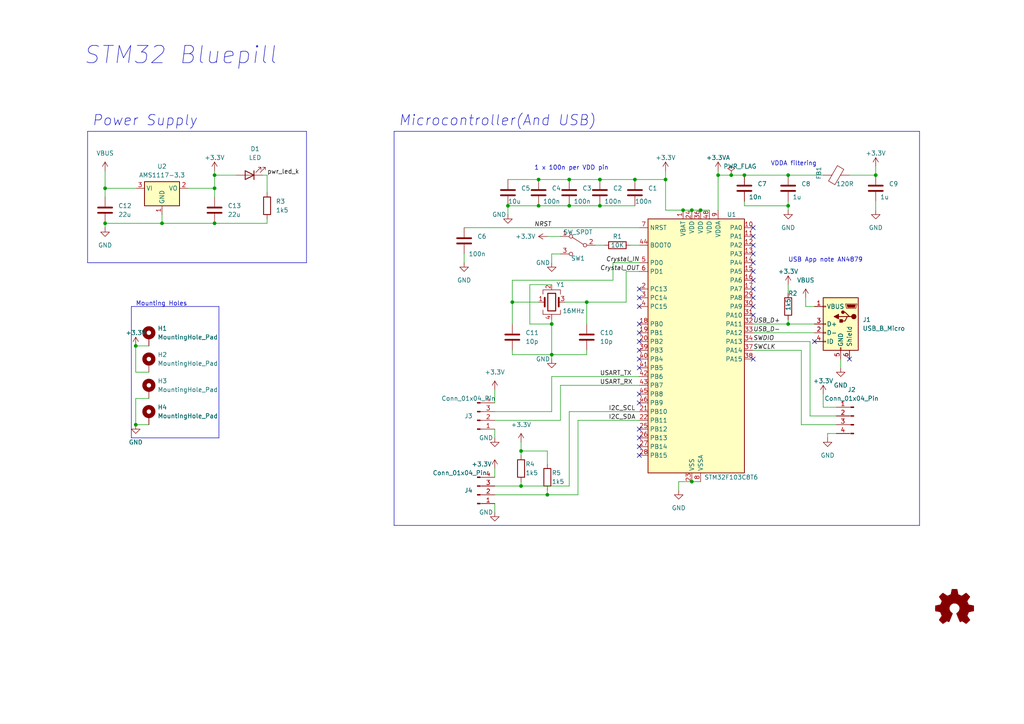
<source format=kicad_sch>
(kicad_sch (version 20230121) (generator eeschema)
  (paper "A4")
  (title_block (title "STM32 Open Hardware Design by @saalim") (date "2023-08-14") (rev "0.1") (company "STEM ENNOVATION HUB"))
  (lib_symbols
    (symbol "Connector:Conn_01x04_Pin" (pin_names (offset 1.016) hide)
      (property "Reference" "J" (at 0 5.08 0))
      (property "Value" "Conn_01x04_Pin" (at 0 -7.62 0))
      (symbol "Conn_01x04_Pin_1_1"
        (polyline (pts (xy 1.27 -5.08) (xy 0.8636 -5.08)) (stroke (width 0.1524)))
        (polyline (pts (xy 1.27 -2.54) (xy 0.8636 -2.54)) (stroke (width 0.1524)))
        (polyline (pts (xy 1.27 0) (xy 0.8636 0)) (stroke (width 0.1524)))
        (polyline (pts (xy 1.27 2.54) (xy 0.8636 2.54)) (stroke (width 0.1524)))
        (rectangle (start 0.8636 -4.953) (end 0 -5.207) (stroke (width 0.1524)) (fill (type outline)))
        (rectangle (start 0.8636 -2.413) (end 0 -2.667) (stroke (width 0.1524)) (fill (type outline)))
        (rectangle (start 0.8636 0.127) (end 0 -0.127) (stroke (width 0.1524)) (fill (type outline)))
        (rectangle (start 0.8636 2.667) (end 0 2.413) (stroke (width 0.1524)) (fill (type outline)))
        (pin passive line (at 5.08 2.54 180) (length 3.81) (name "Pin_1") (number "1"))
        (pin passive line (at 5.08 0 180) (length 3.81) (name "Pin_2") (number "2"))
        (pin passive line (at 5.08 -2.54 180) (length 3.81) (name "Pin_3") (number "3"))
        (pin passive line (at 5.08 -5.08 180) (length 3.81) (name "Pin_4") (number "4"))
      )
    )
    (symbol "Connector:USB_B_Micro" (pin_names (offset 1.016))
      (property "Reference" "J" (at -5.08 11.43 0))
      (property "Value" "USB_B_Micro" (at -5.08 8.89 0))
      (symbol "USB_B_Micro_0_1"
        (rectangle (start -5.08 -7.62) (end 5.08 7.62) (stroke (width 0.254)) (fill (type background)))
        (circle (center -3.81 2.159) (radius 0.635) (stroke (width 0.254)) (fill (type outline)))
        (circle (center -0.635 3.429) (radius 0.381) (stroke (width 0.254)) (fill (type outline)))
        (rectangle (start -0.127 -7.62) (end 0.127 -6.858))
        (polyline (pts (xy -1.905 2.159) (xy 0.635 2.159)) (stroke (width 0.254)))
        (polyline (pts (xy -3.175 2.159) (xy -2.54 2.159) (xy -1.27 3.429) (xy -0.635 3.429)) (stroke (width 0.254)))
        (polyline (pts (xy -2.54 2.159) (xy -1.905 2.159) (xy -1.27 0.889) (xy 0 0.889)) (stroke (width 0.254)))
        (polyline (pts (xy 0.635 2.794) (xy 0.635 1.524) (xy 1.905 2.159) (xy 0.635 2.794)) (stroke (width 0.254)) (fill (type outline)))
        (polyline (pts (xy -4.318 5.588) (xy -1.778 5.588) (xy -2.032 4.826) (xy -4.064 4.826) (xy -4.318 5.588)) (fill (type outline)))
        (polyline (pts (xy -4.699 5.842) (xy -4.699 5.588) (xy -4.445 4.826) (xy -4.445 4.572) (xy -1.651 4.572) (xy -1.651 4.826) (xy -1.397 5.588) (xy -1.397 5.842) (xy -4.699 5.842)))
        (rectangle (start 0.254 1.27) (end -0.508 0.508) (stroke (width 0.254)) (fill (type outline)))
        (rectangle (start 5.08 -5.207) (end 4.318 -4.953))
        (rectangle (start 5.08 -2.667) (end 4.318 -2.413))
        (rectangle (start 5.08 -0.127) (end 4.318 0.127))
        (rectangle (start 5.08 4.953) (end 4.318 5.207))
      )
      (symbol "USB_B_Micro_1_1"
        (pin power_out line (at 7.62 5.08 180) (length 2.54) (name "VBUS") (number "1"))
        (pin bidirectional line (at 7.62 -2.54 180) (length 2.54) (name "D-") (number "2"))
        (pin bidirectional line (at 7.62 0 180) (length 2.54) (name "D+") (number "3"))
        (pin passive line (at 7.62 -5.08 180) (length 2.54) (name "ID") (number "4"))
        (pin power_out line (at 0 -10.16 90) (length 2.54) (name "GND") (number "5"))
        (pin passive line (at -2.54 -10.16 90) (length 2.54) (name "Shield") (number "6"))
      )
    )
    (symbol "Device:C" (pin_numbers hide) (pin_names (offset 0.254))
      (property "Reference" "C" (at 0.635 2.54 0))
      (property "Value" "C" (at 0.635 -2.54 0))
      (symbol "C_0_1"
        (polyline (pts (xy -2.032 -0.762) (xy 2.032 -0.762)) (stroke (width 0.508)))
        (polyline (pts (xy -2.032 0.762) (xy 2.032 0.762)) (stroke (width 0.508)))
      )
      (symbol "C_1_1"
        (pin passive line (at 0 3.81 270) (length 2.794) (name "~") (number "1"))
        (pin passive line (at 0 -3.81 90) (length 2.794) (name "~") (number "2"))
      )
    )
    (symbol "Device:Crystal_GND24" (pin_names (offset 1.016) hide)
      (property "Reference" "Y" (at 3.175 5.08 0))
      (property "Value" "Crystal_GND24" (at 3.175 3.175 0))
      (symbol "Crystal_GND24_0_1"
        (rectangle (start -1.143 2.54) (end 1.143 -2.54) (stroke (width 0.3048)))
        (polyline (pts (xy -2.54 0) (xy -2.032 0)))
        (polyline (pts (xy -2.032 -1.27) (xy -2.032 1.27)) (stroke (width 0.508)))
        (polyline (pts (xy 0 -3.81) (xy 0 -3.556)))
        (polyline (pts (xy 0 3.556) (xy 0 3.81)))
        (polyline (pts (xy 2.032 -1.27) (xy 2.032 1.27)) (stroke (width 0.508)))
        (polyline (pts (xy 2.032 0) (xy 2.54 0)))
        (polyline (pts (xy -2.54 -2.286) (xy -2.54 -3.556) (xy 2.54 -3.556) (xy 2.54 -2.286)))
        (polyline (pts (xy -2.54 2.286) (xy -2.54 3.556) (xy 2.54 3.556) (xy 2.54 2.286)))
      )
      (symbol "Crystal_GND24_1_1"
        (pin passive line (at -3.81 0 0) (length 1.27) (name "1") (number "1"))
        (pin passive line (at 0 5.08 270) (length 1.27) (name "2") (number "2"))
        (pin passive line (at 3.81 0 180) (length 1.27) (name "3") (number "3"))
        (pin passive line (at 0 -5.08 90) (length 1.27) (name "4") (number "4"))
      )
    )
    (symbol "Device:FerriteBead" (pin_numbers hide) (pin_names (offset 0))
      (property "Reference" "FB" (at -3.81 0.635 90))
      (property "Value" "FerriteBead" (at 3.81 0 90))
      (symbol "FerriteBead_0_1"
        (polyline (pts (xy 0 -1.27) (xy 0 -1.2192)))
        (polyline (pts (xy 0 1.27) (xy 0 1.2954)))
        (polyline (pts (xy -2.7686 0.4064) (xy -1.7018 2.2606) (xy 2.7686 -0.3048) (xy 1.6764 -2.159) (xy -2.7686 0.4064)))
      )
      (symbol "FerriteBead_1_1"
        (pin passive line (at 0 3.81 270) (length 2.54) (name "~") (number "1"))
        (pin passive line (at 0 -3.81 90) (length 2.54) (name "~") (number "2"))
      )
    )
    (symbol "Device:LED" (pin_numbers hide) (pin_names (offset 1.016) hide)
      (property "Reference" "D" (at 0 2.54 0))
      (property "Value" "LED" (at 0 -2.54 0))
      (symbol "LED_0_1"
        (polyline (pts (xy -1.27 -1.27) (xy -1.27 1.27)) (stroke (width 0.254)))
        (polyline (pts (xy -1.27 0) (xy 1.27 0)))
        (polyline (pts (xy 1.27 -1.27) (xy 1.27 1.27) (xy -1.27 0) (xy 1.27 -1.27)) (stroke (width 0.254)))
        (polyline (pts (xy -3.048 -0.762) (xy -4.572 -2.286) (xy -3.81 -2.286) (xy -4.572 -2.286) (xy -4.572 -1.524)))
        (polyline (pts (xy -1.778 -0.762) (xy -3.302 -2.286) (xy -2.54 -2.286) (xy -3.302 -2.286) (xy -3.302 -1.524)))
      )
      (symbol "LED_1_1"
        (pin passive line (at -3.81 0 0) (length 2.54) (name "K") (number "1"))
        (pin passive line (at 3.81 0 180) (length 2.54) (name "A") (number "2"))
      )
    )
    (symbol "Device:R" (pin_numbers hide) (pin_names (offset 0))
      (property "Reference" "R" (at 2.032 0 90))
      (property "Value" "R" (at 0 0 90))
      (symbol "R_0_1"
        (rectangle (start -1.016 -2.54) (end 1.016 2.54) (stroke (width 0.254)))
      )
      (symbol "R_1_1"
        (pin passive line (at 0 3.81 270) (length 1.27) (name "~") (number "1"))
        (pin passive line (at 0 -3.81 90) (length 1.27) (name "~") (number "2"))
      )
    )
    (symbol "Graphic:Logo_Open_Hardware_Small" (in_bom no) (on_board no)
      (symbol "Logo_Open_Hardware_Small_0_1"
        (polyline (pts (xy 3.3528 -4.3434) (xy 3.302 -4.318) (xy 3.175 -4.2418) (xy 2.9972 -4.1148) (xy 2.7686 -3.9624) (xy 2.54 -3.81) (xy 2.3622 -3.7084) (xy 2.2352 -3.6068) (xy 2.1844 -3.5814) (xy 2.159 -3.6068) (xy 2.0574 -3.6576) (xy 1.905 -3.7338) (xy 1.8034 -3.7846) (xy 1.6764 -3.8354) (xy 1.6002 -3.8354) (xy 1.6002 -3.8354) (xy 1.5494 -3.7338) (xy 1.4732 -3.5306) (xy 1.3462 -3.302) (xy 1.2446 -3.0226) (xy 1.1176 -2.7178) (xy 0.9652 -2.413) (xy 0.8636 -2.1082) (xy 0.7366 -1.8288) (xy 0.6604 -1.6256) (xy 0.6096 -1.4732) (xy 0.5842 -1.397) (xy 0.5842 -1.397) (xy 0.6604 -1.3208) (xy 0.7874 -1.2446) (xy 1.0414 -1.016) (xy 1.2954 -0.6858) (xy 1.4478 -0.3302) (xy 1.524 0.0762) (xy 1.4732 0.4572) (xy 1.3208 0.8128) (xy 1.0668 1.143) (xy 0.762 1.3716) (xy 0.4064 1.524) (xy 0 1.5748) (xy -0.381 1.5494) (xy -0.7366 1.397) (xy -1.0668 1.143) (xy -1.2192 0.9906) (xy -1.397 0.6604) (xy -1.524 0.3048) (xy -1.524 0.2286) (xy -1.4986 -0.1778) (xy -1.397 -0.5334) (xy -1.1938 -0.8636) (xy -0.9144 -1.143) (xy -0.8636 -1.1684) (xy -0.7366 -1.27) (xy -0.635 -1.3462) (xy -0.5842 -1.397) (xy -1.0668 -2.5908) (xy -1.143 -2.794) (xy -1.2954 -3.1242) (xy -1.397 -3.4036) (xy -1.4986 -3.6322) (xy -1.5748 -3.7846) (xy -1.6002 -3.8354) (xy -1.6002 -3.8354) (xy -1.651 -3.8354) (xy -1.7272 -3.81) (xy -1.905 -3.7338) (xy -2.0066 -3.683) (xy -2.1336 -3.6068) (xy -2.2098 -3.5814) (xy -2.2606 -3.6068) (xy -2.3622 -3.683) (xy -2.54 -3.81) (xy -2.7686 -3.9624) (xy -2.9718 -4.0894) (xy -3.1496 -4.2164) (xy -3.302 -4.318) (xy -3.3528 -4.3434) (xy -3.3782 -4.3434) (xy -3.429 -4.318) (xy -3.5306 -4.2164) (xy -3.7084 -4.064) (xy -3.937 -3.8354) (xy -3.9624 -3.81) (xy -4.1656 -3.6068) (xy -4.318 -3.4544) (xy -4.4196 -3.3274) (xy -4.445 -3.2766) (xy -4.445 -3.2766) (xy -4.4196 -3.2258) (xy -4.318 -3.0734) (xy -4.2164 -2.8956) (xy -4.064 -2.667) (xy -3.6576 -2.0828) (xy -3.8862 -1.5494) (xy -3.937 -1.3716) (xy -4.0386 -1.1684) (xy -4.0894 -1.0414) (xy -4.1148 -0.9652) (xy -4.191 -0.9398) (xy -4.318 -0.9144) (xy -4.5466 -0.8636) (xy -4.8006 -0.8128) (xy -5.0546 -0.7874) (xy -5.2578 -0.7366) (xy -5.4356 -0.7112) (xy -5.5118 -0.6858) (xy -5.5118 -0.6858) (xy -5.5372 -0.635) (xy -5.5372 -0.5588) (xy -5.5372 -0.4318) (xy -5.5626 -0.2286) (xy -5.5626 0.0762) (xy -5.5626 0.127) (xy -5.5372 0.4064) (xy -5.5372 0.635) (xy -5.5372 0.762) (xy -5.5372 0.8382) (xy -5.5372 0.8382) (xy -5.461 0.8382) (xy -5.3086 0.889) (xy -5.08 0.9144) (xy -4.826 0.9652) (xy -4.8006 0.9906) (xy -4.5466 1.0414) (xy -4.318 1.0668) (xy -4.1656 1.1176) (xy -4.0894 1.143) (xy -4.0894 1.143) (xy -4.0386 1.2446) (xy -3.9624 1.4224) (xy -3.8608 1.6256) (xy -3.7846 1.8288) (xy -3.7084 2.0066) (xy -3.6576 2.159) (xy -3.6322 2.2098) (xy -3.6322 2.2098) (xy -3.683 2.286) (xy -3.7592 2.413) (xy -3.8862 2.5908) (xy -4.064 2.8194) (xy -4.064 2.8448) (xy -4.2164 3.0734) (xy -4.3434 3.2512) (xy -4.4196 3.3782) (xy -4.445 3.4544) (xy -4.445 3.4544) (xy -4.3942 3.5052) (xy -4.2926 3.6322) (xy -4.1148 3.81) (xy -3.937 4.0132) (xy -3.8608 4.064) (xy -3.6576 4.2926) (xy -3.5052 4.4196) (xy -3.4036 4.4958) (xy -3.3528 4.5212) (xy -3.3528 4.5212) (xy -3.302 4.4704) (xy -3.1496 4.3688) (xy -2.9718 4.2418) (xy -2.7432 4.0894) (xy -2.7178 4.0894) (xy -2.4892 3.937) (xy -2.3114 3.81) (xy -2.1844 3.7084) (xy -2.1336 3.683) (xy -2.1082 3.683) (xy -2.032 3.7084) (xy -1.8542 3.7592) (xy -1.6764 3.8354) (xy -1.4732 3.937) (xy -1.27 4.0132) (xy -1.143 4.064) (xy -1.0668 4.1148) (xy -1.0668 4.1148) (xy -1.0414 4.191) (xy -1.016 4.3434) (xy -0.9652 4.572) (xy -0.9144 4.8514) (xy -0.889 4.9022) (xy -0.8382 5.1562) (xy -0.8128 5.3848) (xy -0.7874 5.5372) (xy -0.762 5.588) (xy -0.7112 5.6134) (xy -0.5842 5.6134) (xy -0.4064 5.6134) (xy -0.1524 5.6134) (xy 0.0762 5.6134) (xy 0.3302 5.6134) (xy 0.5334 5.6134) (xy 0.6858 5.588) (xy 0.7366 5.588) (xy 0.7366 5.588) (xy 0.762 5.5118) (xy 0.8128 5.334) (xy 0.8382 5.1054) (xy 0.9144 4.826) (xy 0.9144 4.7752) (xy 0.9652 4.5212) (xy 1.016 4.2926) (xy 1.0414 4.1402) (xy 1.0668 4.0894) (xy 1.0668 4.0894) (xy 1.1938 4.0386) (xy 1.3716 3.9624) (xy 1.5748 3.8608) (xy 2.0828 3.6576) (xy 2.7178 4.0894) (xy 2.7686 4.1402) (xy 2.9972 4.2926) (xy 3.175 4.4196) (xy 3.302 4.4958) (xy 3.3782 4.5212) (xy 3.3782 4.5212) (xy 3.429 4.4704) (xy 3.556 4.3434) (xy 3.7338 4.191) (xy 3.9116 3.9878) (xy 4.064 3.8354) (xy 4.2418 3.6576) (xy 4.3434 3.556) (xy 4.4196 3.4798) (xy 4.4196 3.429) (xy 4.4196 3.4036) (xy 4.3942 3.3274) (xy 4.2926 3.2004) (xy 4.1656 2.9972) (xy 4.0132 2.794) (xy 3.8862 2.5908) (xy 3.7592 2.3876) (xy 3.6576 2.2352) (xy 3.6322 2.159) (xy 3.6322 2.1336) (xy 3.683 2.0066) (xy 3.7592 1.8288) (xy 3.8608 1.6002) (xy 4.064 1.1176) (xy 4.3942 1.0414) (xy 4.5974 1.016) (xy 4.8768 0.9652) (xy 5.1308 0.9144) (xy 5.5372 0.8382) (xy 5.5626 -0.6604) (xy 5.4864 -0.6858) (xy 5.4356 -0.6858) (xy 5.2832 -0.7366) (xy 5.0546 -0.762) (xy 4.8006 -0.8128) (xy 4.5974 -0.8636) (xy 4.3688 -0.9144) (xy 4.2164 -0.9398) (xy 4.1402 -0.9398) (xy 4.1148 -0.9652) (xy 4.064 -1.0668) (xy 3.9878 -1.2446) (xy 3.9116 -1.4478) (xy 3.81 -1.651) (xy 3.7338 -1.8542) (xy 3.683 -2.0066) (xy 3.6576 -2.0828) (xy 3.683 -2.1336) (xy 3.7846 -2.2606) (xy 3.8862 -2.4638) (xy 4.0386 -2.667) (xy 4.191 -2.8956) (xy 4.318 -3.0734) (xy 4.3942 -3.2004) (xy 4.445 -3.2766) (xy 4.4196 -3.3274) (xy 4.3434 -3.429) (xy 4.1656 -3.5814) (xy 3.937 -3.8354) (xy 3.8862 -3.8608) (xy 3.683 -4.064) (xy 3.5306 -4.2164) (xy 3.4036 -4.318) (xy 3.3528 -4.3434)) (fill (type outline)))
      )
    )
    (symbol "MCU_ST_STM32F1:STM32F103C8Tx"
      (property "Reference" "U" (at -12.7 39.37 0))
      (property "Value" "STM32F103C8Tx" (at 10.16 39.37 0))
      (symbol "STM32F103C8Tx_0_1"
        (rectangle (start -12.7 -35.56) (end 15.24 38.1) (stroke (width 0.254)) (fill (type background)))
      )
      (symbol "STM32F103C8Tx_1_1"
        (pin power_in line (at -2.54 40.64 270) (length 2.54) (name "VBAT") (number "1"))
        (pin bidirectional line (at 17.78 35.56 180) (length 2.54) (name "PA0") (number "10"))
        (pin bidirectional line (at 17.78 33.02 180) (length 2.54) (name "PA1") (number "11"))
        (pin bidirectional line (at 17.78 30.48 180) (length 2.54) (name "PA2") (number "12"))
        (pin bidirectional line (at 17.78 27.94 180) (length 2.54) (name "PA3") (number "13"))
        (pin bidirectional line (at 17.78 25.4 180) (length 2.54) (name "PA4") (number "14"))
        (pin bidirectional line (at 17.78 22.86 180) (length 2.54) (name "PA5") (number "15"))
        (pin bidirectional line (at 17.78 20.32 180) (length 2.54) (name "PA6") (number "16"))
        (pin bidirectional line (at 17.78 17.78 180) (length 2.54) (name "PA7") (number "17"))
        (pin bidirectional line (at -15.24 7.62 0) (length 2.54) (name "PB0") (number "18"))
        (pin bidirectional line (at -15.24 5.08 0) (length 2.54) (name "PB1") (number "19"))
        (pin bidirectional line (at -15.24 17.78 0) (length 2.54) (name "PC13") (number "2"))
        (pin bidirectional line (at -15.24 2.54 0) (length 2.54) (name "PB2") (number "20"))
        (pin bidirectional line (at -15.24 -17.78 0) (length 2.54) (name "PB10") (number "21"))
        (pin bidirectional line (at -15.24 -20.32 0) (length 2.54) (name "PB11") (number "22"))
        (pin power_in line (at 0 -38.1 90) (length 2.54) (name "VSS") (number "23"))
        (pin power_in line (at 0 40.64 270) (length 2.54) (name "VDD") (number "24"))
        (pin bidirectional line (at -15.24 -22.86 0) (length 2.54) (name "PB12") (number "25"))
        (pin bidirectional line (at -15.24 -25.4 0) (length 2.54) (name "PB13") (number "26"))
        (pin bidirectional line (at -15.24 -27.94 0) (length 2.54) (name "PB14") (number "27"))
        (pin bidirectional line (at -15.24 -30.48 0) (length 2.54) (name "PB15") (number "28"))
        (pin bidirectional line (at 17.78 15.24 180) (length 2.54) (name "PA8") (number "29"))
        (pin bidirectional line (at -15.24 15.24 0) (length 2.54) (name "PC14") (number "3"))
        (pin bidirectional line (at 17.78 12.7 180) (length 2.54) (name "PA9") (number "30"))
        (pin bidirectional line (at 17.78 10.16 180) (length 2.54) (name "PA10") (number "31"))
        (pin bidirectional line (at 17.78 7.62 180) (length 2.54) (name "PA11") (number "32"))
        (pin bidirectional line (at 17.78 5.08 180) (length 2.54) (name "PA12") (number "33"))
        (pin bidirectional line (at 17.78 2.54 180) (length 2.54) (name "PA13") (number "34"))
        (pin passive line (at 0 -38.1 90) (length 2.54) hide (name "VSS") (number "35"))
        (pin power_in line (at 2.54 40.64 270) (length 2.54) (name "VDD") (number "36"))
        (pin bidirectional line (at 17.78 0 180) (length 2.54) (name "PA14") (number "37"))
        (pin bidirectional line (at 17.78 -2.54 180) (length 2.54) (name "PA15") (number "38"))
        (pin bidirectional line (at -15.24 0 0) (length 2.54) (name "PB3") (number "39"))
        (pin bidirectional line (at -15.24 12.7 0) (length 2.54) (name "PC15") (number "4"))
        (pin bidirectional line (at -15.24 -2.54 0) (length 2.54) (name "PB4") (number "40"))
        (pin bidirectional line (at -15.24 -5.08 0) (length 2.54) (name "PB5") (number "41"))
        (pin bidirectional line (at -15.24 -7.62 0) (length 2.54) (name "PB6") (number "42"))
        (pin bidirectional line (at -15.24 -10.16 0) (length 2.54) (name "PB7") (number "43"))
        (pin input line (at -15.24 30.48 0) (length 2.54) (name "BOOT0") (number "44"))
        (pin bidirectional line (at -15.24 -12.7 0) (length 2.54) (name "PB8") (number "45"))
        (pin bidirectional line (at -15.24 -15.24 0) (length 2.54) (name "PB9") (number "46"))
        (pin passive line (at 0 -38.1 90) (length 2.54) hide (name "VSS") (number "47"))
        (pin power_in line (at 5.08 40.64 270) (length 2.54) (name "VDD") (number "48"))
        (pin bidirectional line (at -15.24 25.4 0) (length 2.54) (name "PD0") (number "5"))
        (pin bidirectional line (at -15.24 22.86 0) (length 2.54) (name "PD1") (number "6"))
        (pin input line (at -15.24 35.56 0) (length 2.54) (name "NRST") (number "7"))
        (pin power_in line (at 2.54 -38.1 90) (length 2.54) (name "VSSA") (number "8"))
        (pin power_in line (at 7.62 40.64 270) (length 2.54) (name "VDDA") (number "9"))
      )
    )
    (symbol "Mechanical:MountingHole_Pad" (pin_numbers hide) (pin_names (offset 1.016) hide)
      (property "Reference" "H" (at 0 6.35 0))
      (property "Value" "MountingHole_Pad" (at 0 4.445 0))
      (symbol "MountingHole_Pad_0_1"
        (circle (center 0 1.27) (radius 1.27) (stroke (width 1.27)))
      )
      (symbol "MountingHole_Pad_1_1"
        (pin input line (at 0 -2.54 90) (length 2.54) (name "1") (number "1"))
      )
    )
    (symbol "Regulator_Linear:AMS1117-3.3"
      (property "Reference" "U" (at -3.81 3.175 0))
      (property "Value" "AMS1117-3.3" (at 0 3.175 0))
      (symbol "AMS1117-3.3_0_1"
        (rectangle (start -5.08 -5.08) (end 5.08 1.905) (stroke (width 0.254)) (fill (type background)))
      )
      (symbol "AMS1117-3.3_1_1"
        (pin power_in line (at 0 -7.62 90) (length 2.54) (name "GND") (number "1"))
        (pin power_out line (at 7.62 0 180) (length 2.54) (name "VO") (number "2"))
        (pin power_in line (at -7.62 0 0) (length 2.54) (name "VI") (number "3"))
      )
    )
    (symbol "Switch:SW_SPDT" (pin_names (offset 0) hide)
      (property "Reference" "SW" (at 0 4.318 0))
      (property "Value" "SW_SPDT" (at 0 -5.08 0))
      (symbol "SW_SPDT_0_0"
        (circle (center -2.032 0) (radius 0.508))
        (circle (center 2.032 -2.54) (radius 0.508))
      )
      (symbol "SW_SPDT_0_1"
        (polyline (pts (xy -1.524 0.254) (xy 1.651 2.286)))
        (circle (center 2.032 2.54) (radius 0.508))
      )
      (symbol "SW_SPDT_1_1"
        (pin passive line (at 5.08 2.54 180) (length 2.54) (name "A") (number "1"))
        (pin passive line (at -5.08 0 0) (length 2.54) (name "B") (number "2"))
        (pin passive line (at 5.08 -2.54 180) (length 2.54) (name "C") (number "3"))
      )
    )
    (symbol "power:+3.3V" (power) (pin_names (offset 0))
      (property "Value" "+3.3V" (at 0 3.556 0))
      (symbol "+3.3V_0_1"
        (polyline (pts (xy -0.762 1.27) (xy 0 2.54)))
        (polyline (pts (xy 0 0) (xy 0 2.54)))
        (polyline (pts (xy 0 2.54) (xy 0.762 1.27)))
      )
      (symbol "+3.3V_1_1"
        (pin power_in line (at 0 0 90) (length 0) hide (name "+3.3V") (number "1"))
      )
    )
    (symbol "power:+3.3VA" (power) (pin_names (offset 0))
      (property "Value" "+3.3VA" (at 0 3.556 0))
      (symbol "+3.3VA_0_1"
        (polyline (pts (xy -0.762 1.27) (xy 0 2.54)))
        (polyline (pts (xy 0 0) (xy 0 2.54)))
        (polyline (pts (xy 0 2.54) (xy 0.762 1.27)))
      )
      (symbol "+3.3VA_1_1"
        (pin power_in line (at 0 0 90) (length 0) hide (name "+3.3VA") (number "1"))
      )
    )
    (symbol "power:GND" (power) (pin_names (offset 0))
      (property "Value" "GND" (at 0 -3.81 0))
      (symbol "GND_0_1"
        (polyline (pts (xy 0 0) (xy 0 -1.27) (xy 1.27 -1.27) (xy 0 -2.54) (xy -1.27 -1.27) (xy 0 -1.27)))
      )
      (symbol "GND_1_1"
        (pin power_in line (at 0 0 270) (length 0) hide (name "GND") (number "1"))
      )
    )
    (symbol "power:PWR_FLAG" (power) (pin_numbers hide) (pin_names (offset 0) hide)
      (property "Value" "PWR_FLAG" (at 0 3.81 0))
      (symbol "PWR_FLAG_0_0"
        (pin power_out line (at 0 0 90) (length 0) (name "pwr") (number "1"))
      )
      (symbol "PWR_FLAG_0_1"
        (polyline (pts (xy 0 0) (xy 0 1.27) (xy -1.016 1.905) (xy 0 2.54) (xy 1.016 1.905) (xy 0 1.27)))
      )
    )
    (symbol "power:VBUS" (power) (pin_names (offset 0))
      (property "Value" "VBUS" (at 0 3.81 0))
      (symbol "VBUS_0_1"
        (polyline (pts (xy -0.762 1.27) (xy 0 2.54)))
        (polyline (pts (xy 0 0) (xy 0 2.54)))
        (polyline (pts (xy 0 2.54) (xy 0.762 1.27)))
      )
      (symbol "VBUS_1_1"
        (pin power_in line (at 0 0 90) (length 0) hide (name "VBUS") (number "1"))
      )
    )
  )
  (junction (at 148.59 87.63))
  (junction (at 228.6 50.8))
  (junction (at 39.37 100.33))
  (junction (at 30.48 64.77))
  (junction (at 165.1 52.07))
  (junction (at 200.66 60.96))
  (junction (at 228.6 93.98))
  (junction (at 156.21 52.07))
  (junction (at 62.23 64.77))
  (junction (at 158.75 143.51))
  (junction (at 160.02 102.87))
  (junction (at 62.23 50.8))
  (junction (at 39.37 123.19))
  (junction (at 151.13 130.81))
  (junction (at 203.2 60.96))
  (junction (at 193.04 52.07))
  (junction (at 198.12 60.96))
  (junction (at 151.13 140.97))
  (junction (at 30.48 54.61))
  (junction (at 170.18 87.63))
  (junction (at 62.23 54.61))
  (junction (at 215.9 50.8))
  (junction (at 184.15 52.07))
  (junction (at 208.28 50.8))
  (junction (at 46.99 64.77))
  (junction (at 165.1 59.69))
  (junction (at 228.6 59.69))
  (junction (at 173.99 52.07))
  (junction (at 147.32 59.69))
  (junction (at 200.66 139.7))
  (junction (at 212.09 50.8))
  (junction (at 173.99 59.69))
  (junction (at 156.21 59.69))
  (junction (at 254 50.8))
  (junction (at 160.02 93.98))
  (no_connect (at 185.42 127))
  (no_connect (at 185.42 83.82))
  (no_connect (at 218.44 104.14))
  (no_connect (at 218.44 76.2))
  (no_connect (at 185.42 114.3))
  (no_connect (at 185.42 93.98))
  (no_connect (at 185.42 86.36))
  (no_connect (at 218.44 73.66))
  (no_connect (at 246.38 104.14))
  (no_connect (at 185.42 132.08))
  (no_connect (at 185.42 116.84))
  (no_connect (at 218.44 66.04))
  (no_connect (at 185.42 96.52))
  (no_connect (at 236.22 99.06))
  (no_connect (at 218.44 71.12))
  (no_connect (at 218.44 68.58))
  (no_connect (at 218.44 78.74))
  (no_connect (at 185.42 106.68))
  (no_connect (at 185.42 104.14))
  (no_connect (at 185.42 129.54))
  (no_connect (at 218.44 86.36))
  (no_connect (at 185.42 124.46))
  (no_connect (at 185.42 99.06))
  (no_connect (at 185.42 88.9))
  (no_connect (at 185.42 101.6))
  (no_connect (at 218.44 88.9))
  (no_connect (at 218.44 81.28))
  (no_connect (at 218.44 83.82))
  (no_connect (at 218.44 91.44))
  (wire (pts (xy 160.02 73.66) (xy 160.02 76.2)))
  (wire (pts (xy 151.13 139.7) (xy 151.13 140.97)))
  (polyline (pts (xy 114.3 38.1) (xy 266.7 38.1)))
  (wire (pts (xy 148.59 81.28) (xy 177.8 81.28)))
  (wire (pts (xy 212.09 50.8) (xy 215.9 50.8)))
  (wire (pts (xy 160.02 82.55) (xy 153.67 82.55)))
  (wire (pts (xy 162.56 111.76) (xy 162.56 121.92)))
  (wire (pts (xy 39.37 115.57) (xy 39.37 123.19)))
  (wire (pts (xy 218.44 93.98) (xy 228.6 93.98)))
  (wire (pts (xy 243.84 104.14) (xy 243.84 106.68)))
  (wire (pts (xy 208.28 49.53) (xy 208.28 50.8)))
  (wire (pts (xy 173.99 59.69) (xy 184.15 59.69)))
  (wire (pts (xy 62.23 50.8) (xy 62.23 54.61)))
  (wire (pts (xy 143.51 135.89) (xy 143.51 138.43)))
  (wire (pts (xy 181.61 78.74) (xy 185.42 78.74)))
  (wire (pts (xy 77.47 63.5) (xy 77.47 64.77)))
  (wire (pts (xy 240.03 125.73) (xy 242.57 125.73)))
  (polyline (pts (xy 25.4 38.1) (xy 88.9 38.1)))
  (wire (pts (xy 165.1 52.07) (xy 173.99 52.07)))
  (wire (pts (xy 148.59 87.63) (xy 148.59 81.28)))
  (wire (pts (xy 158.75 142.24) (xy 158.75 143.51)))
  (wire (pts (xy 238.76 114.3) (xy 238.76 118.11)))
  (wire (pts (xy 147.32 62.23) (xy 147.32 59.69)))
  (wire (pts (xy 246.38 50.8) (xy 254 50.8)))
  (wire (pts (xy 158.75 68.58) (xy 162.56 68.58)))
  (wire (pts (xy 30.48 64.77) (xy 30.48 66.04)))
  (wire (pts (xy 193.04 49.53) (xy 193.04 52.07)))
  (wire (pts (xy 158.75 134.62) (xy 158.75 130.81)))
  (wire (pts (xy 151.13 128.27) (xy 151.13 130.81)))
  (polyline (pts (xy 25.4 76.2) (xy 25.4 38.1)))
  (wire (pts (xy 172.72 71.12) (xy 175.26 71.12)))
  (wire (pts (xy 228.6 50.8) (xy 238.76 50.8)))
  (wire (pts (xy 184.15 52.07) (xy 193.04 52.07)))
  (wire (pts (xy 254 48.26) (xy 254 50.8)))
  (wire (pts (xy 215.9 59.69) (xy 228.6 59.69)))
  (wire (pts (xy 228.6 93.98) (xy 236.22 93.98)))
  (wire (pts (xy 162.56 111.76) (xy 185.42 111.76)))
  (wire (pts (xy 43.18 107.95) (xy 39.37 107.95)))
  (wire (pts (xy 182.88 71.12) (xy 185.42 71.12)))
  (polyline (pts (xy 266.7 152.4) (xy 266.7 38.1)))
  (wire (pts (xy 167.64 121.92) (xy 167.64 143.51)))
  (wire (pts (xy 238.76 118.11) (xy 242.57 118.11)))
  (polyline (pts (xy 114.3 38.1) (xy 114.3 152.4)))
  (wire (pts (xy 198.12 60.96) (xy 200.66 60.96)))
  (wire (pts (xy 173.99 52.07) (xy 184.15 52.07)))
  (wire (pts (xy 147.32 52.07) (xy 156.21 52.07)))
  (wire (pts (xy 148.59 101.6) (xy 148.59 102.87)))
  (wire (pts (xy 62.23 49.53) (xy 62.23 50.8)))
  (wire (pts (xy 234.95 99.06) (xy 218.44 99.06)))
  (polyline (pts (xy 38.1 88.9) (xy 63.5 88.9)))
  (wire (pts (xy 228.6 82.55) (xy 228.6 85.09)))
  (wire (pts (xy 143.51 146.05) (xy 143.51 148.59)))
  (wire (pts (xy 54.61 54.61) (xy 62.23 54.61)))
  (wire (pts (xy 228.6 59.69) (xy 228.6 60.96)))
  (wire (pts (xy 160.02 119.38) (xy 143.51 119.38)))
  (polyline (pts (xy 114.3 152.4) (xy 266.7 152.4)))
  (wire (pts (xy 162.56 73.66) (xy 160.02 73.66)))
  (wire (pts (xy 151.13 130.81) (xy 151.13 132.08)))
  (wire (pts (xy 215.9 50.8) (xy 228.6 50.8)))
  (wire (pts (xy 208.28 50.8) (xy 212.09 50.8)))
  (wire (pts (xy 62.23 50.8) (xy 68.58 50.8)))
  (wire (pts (xy 232.41 123.19) (xy 232.41 101.6)))
  (wire (pts (xy 39.37 123.19) (xy 43.18 123.19)))
  (wire (pts (xy 160.02 102.87) (xy 160.02 104.14)))
  (wire (pts (xy 165.1 119.38) (xy 185.42 119.38)))
  (wire (pts (xy 193.04 52.07) (xy 193.04 60.96)))
  (polyline (pts (xy 63.5 88.9) (xy 63.5 127)))
  (wire (pts (xy 148.59 102.87) (xy 160.02 102.87)))
  (wire (pts (xy 200.66 139.7) (xy 203.2 139.7)))
  (wire (pts (xy 151.13 130.81) (xy 158.75 130.81)))
  (wire (pts (xy 156.21 87.63) (xy 148.59 87.63)))
  (wire (pts (xy 134.62 66.04) (xy 185.42 66.04)))
  (wire (pts (xy 165.1 119.38) (xy 165.1 140.97)))
  (wire (pts (xy 160.02 93.98) (xy 160.02 102.87)))
  (wire (pts (xy 160.02 102.87) (xy 170.18 102.87)))
  (wire (pts (xy 215.9 58.42) (xy 215.9 59.69)))
  (wire (pts (xy 228.6 92.71) (xy 228.6 93.98)))
  (wire (pts (xy 163.83 87.63) (xy 170.18 87.63)))
  (wire (pts (xy 160.02 109.22) (xy 160.02 119.38)))
  (wire (pts (xy 43.18 115.57) (xy 39.37 115.57)))
  (wire (pts (xy 160.02 109.22) (xy 185.42 109.22)))
  (wire (pts (xy 156.21 52.07) (xy 165.1 52.07)))
  (wire (pts (xy 234.95 120.65) (xy 234.95 99.06)))
  (wire (pts (xy 170.18 101.6) (xy 170.18 102.87)))
  (wire (pts (xy 167.64 121.92) (xy 185.42 121.92)))
  (wire (pts (xy 151.13 140.97) (xy 143.51 140.97)))
  (wire (pts (xy 203.2 60.96) (xy 205.74 60.96)))
  (wire (pts (xy 177.8 81.28) (xy 177.8 76.2)))
  (polyline (pts (xy 88.9 38.1) (xy 88.9 76.2)))
  (wire (pts (xy 39.37 100.33) (xy 43.18 100.33)))
  (wire (pts (xy 165.1 140.97) (xy 151.13 140.97)))
  (wire (pts (xy 240.03 127) (xy 240.03 125.73)))
  (wire (pts (xy 193.04 60.96) (xy 198.12 60.96)))
  (wire (pts (xy 200.66 60.96) (xy 203.2 60.96)))
  (wire (pts (xy 148.59 87.63) (xy 148.59 93.98)))
  (wire (pts (xy 177.8 76.2) (xy 185.42 76.2)))
  (wire (pts (xy 77.47 64.77) (xy 62.23 64.77)))
  (wire (pts (xy 153.67 93.98) (xy 160.02 93.98)))
  (wire (pts (xy 30.48 49.53) (xy 30.48 54.61)))
  (wire (pts (xy 30.48 54.61) (xy 30.48 57.15)))
  (wire (pts (xy 39.37 107.95) (xy 39.37 100.33)))
  (wire (pts (xy 143.51 143.51) (xy 158.75 143.51)))
  (wire (pts (xy 233.68 88.9) (xy 233.68 86.36)))
  (polyline (pts (xy 63.5 127) (xy 38.1 127)))
  (polyline (pts (xy 38.1 88.9) (xy 38.1 127)))
  (wire (pts (xy 196.85 142.24) (xy 196.85 139.7)))
  (wire (pts (xy 242.57 123.19) (xy 232.41 123.19)))
  (wire (pts (xy 218.44 96.52) (xy 236.22 96.52)))
  (wire (pts (xy 134.62 73.66) (xy 134.62 76.2)))
  (wire (pts (xy 170.18 87.63) (xy 181.61 87.63)))
  (wire (pts (xy 143.51 124.46) (xy 143.51 127)))
  (wire (pts (xy 254 58.42) (xy 254 60.96)))
  (wire (pts (xy 181.61 87.63) (xy 181.61 78.74)))
  (wire (pts (xy 162.56 121.92) (xy 143.51 121.92)))
  (wire (pts (xy 158.75 143.51) (xy 167.64 143.51)))
  (wire (pts (xy 218.44 101.6) (xy 232.41 101.6)))
  (polyline (pts (xy 88.9 76.2) (xy 25.4 76.2)))
  (wire (pts (xy 46.99 64.77) (xy 62.23 64.77)))
  (wire (pts (xy 242.57 120.65) (xy 234.95 120.65)))
  (wire (pts (xy 228.6 58.42) (xy 228.6 59.69)))
  (wire (pts (xy 62.23 54.61) (xy 62.23 57.15)))
  (wire (pts (xy 147.32 59.69) (xy 156.21 59.69)))
  (wire (pts (xy 76.2 50.8) (xy 77.47 50.8)))
  (wire (pts (xy 39.37 54.61) (xy 30.48 54.61)))
  (wire (pts (xy 46.99 62.23) (xy 46.99 64.77)))
  (wire (pts (xy 208.28 50.8) (xy 208.28 60.96)))
  (wire (pts (xy 153.67 82.55) (xy 153.67 93.98)))
  (wire (pts (xy 170.18 87.63) (xy 170.18 93.98)))
  (wire (pts (xy 196.85 139.7) (xy 200.66 139.7)))
  (wire (pts (xy 165.1 59.69) (xy 173.99 59.69)))
  (wire (pts (xy 156.21 59.69) (xy 165.1 59.69)))
  (wire (pts (xy 77.47 50.8) (xy 77.47 55.88)))
  (wire (pts (xy 30.48 64.77) (xy 46.99 64.77)))
  (wire (pts (xy 160.02 92.71) (xy 160.02 93.98)))
  (wire (pts (xy 236.22 88.9) (xy 233.68 88.9)))
  (wire (pts (xy 143.51 113.03) (xy 143.51 116.84)))
  (text "1 x 100n per VDD pin\n" (at 154.94 49.53 0) (effects (font (size 1.27 1.27)) (justify left bottom)))
  (text "VDDA filtering\n" (at 223.52 48.26 0) (effects (font (size 1.27 1.27)) (justify left bottom)))
  (text "Mounting Holes" (at 39.37 88.9 0) (effects (font (size 1.27 1.27)) (justify left bottom)))
  (text "USB App note AN4879" (at 228.6 76.2 0) (effects (font (size 1.27 1.27)) (justify left bottom)))
  (text "STM32 Bluepill" (at 24.13 19.05 0) (effects (font (size 5 5) italic) (justify left bottom)))
  (text "Power Supply" (at 26.67 36.83 0) (effects (font (size 3 3) italic) (justify left bottom)))
  (text "Microcontroller(And USB)" (at 115.57 36.83 0) (effects (font (size 3 3) italic) (justify left bottom)))
  (label "USB_D+" (at 218.44 93.98 0) (effects (font italic)))
  (label "SWCLK" (at 218.44 101.6 0) (effects (font italic)))
  (label "USB_D-" (at 218.44 96.52 0) (effects (font italic)))
  (label "Crystal_IN" (at 185.42 76.2 180) (effects (font italic)))
  (label "SWDIO" (at 218.44 99.06 0) (effects (font italic)))
  (label "NRST" (at 154.94 66.04 0) (effects (font italic)))
  (label "Crystal_OUT" (at 185.42 78.74 180) (effects (font italic)))
  (label "USART_TX" (at 173.99 109.22 0))
  (label "pwr_led_k" (at 77.47 50.8 0))
  (label "I2C_SCL" (at 176.53 119.38 0))
  (label "USART_RX" (at 173.99 111.76 0))
  (label "I2C_SDA" (at 176.53 121.92 0))
  (symbol (lib_id "Connector:Conn_01x04_Pin") (at 138.43 143.51 0) (mirror x) (unit 1)
    (property "Reference" "J4" (at 135.89 142.24 0))
    (property "Value" "Conn_01x04_Pin" (at 133.35 137.16 0))
    (property "Footprint" "Connector_PinHeader_2.54mm:PinHeader_1x04_P2.54mm_Vertical" (effects hide))
  )
  (symbol (lib_id "Device:R") (at 151.13 135.89 0) (unit 1)
    (property "Reference" "R4" (at 152.4 134.62 0) (effects (justify left)))
    (property "Value" "1k5" (at 152.4 137.16 0) (effects (justify left)))
    (property "Footprint" "Resistor_SMD:R_0402_1005Metric" (effects hide))
  )
  (symbol (lib_id "Device:C") (at 184.15 55.88 0) (unit 1)
    (property "Reference" "C1" (at 187.96 54.61 0) (effects (justify left)))
    (property "Value" "100n" (at 184.15 58.42 0) (effects (justify left)))
    (property "Footprint" "Capacitor_SMD:C_0402_1005Metric" (effects hide))
  )
  (symbol (lib_id "power:GND") (at 243.84 106.68 0) (unit 1)
    (property "Reference" "#PWR012" (effects hide))
    (property "Value" "GND" (at 243.84 111.76 0))
  )
  (symbol (lib_id "power:GND") (at 39.37 123.19 0) (unit 1)
    (property "Reference" "#PWR027" (effects hide))
    (property "Value" "GND" (at 39.37 128.27 0))
  )
  (symbol (lib_id "power:GND") (at 228.6 60.96 0) (unit 1)
    (property "Reference" "#PWR04" (effects hide))
    (property "Value" "GND" (at 228.6 66.04 0))
  )
  (symbol (lib_id "power:GND") (at 143.51 148.59 0) (unit 1)
    (property "Reference" "#PWR023" (effects hide))
    (property "Value" "GND" (at 140.97 148.59 0))
  )
  (symbol (lib_id "Device:FerriteBead") (at 242.57 50.8 90) (unit 1)
    (property "Reference" "FB1" (at 237.49 52.07 0) (effects (justify left)))
    (property "Value" "120R" (at 247.65 53.34 90) (effects (justify left)))
    (property "Footprint" "Inductor_SMD:L_0805_2012Metric" (effects hide))
  )
  (symbol (lib_id "power:+3.3V") (at 151.13 128.27 0) (unit 1)
    (property "Reference" "#PWR024" (effects hide))
    (property "Value" "+3.3V" (at 151.13 123.19 0))
  )
  (symbol (lib_id "Mechanical:MountingHole_Pad") (at 43.18 120.65 0) (unit 1)
    (property "Reference" "H4" (at 45.72 118.11 0) (effects (justify left)))
    (property "Value" "MountingHole_Pad" (at 45.72 120.65 0) (effects (justify left)))
    (property "Footprint" "MountingHole:MountingHole_2.2mm_M2_ISO7380_Pad" (effects hide))
  )
  (symbol (lib_id "Device:C") (at 170.18 97.79 0) (unit 1)
    (property "Reference" "C10" (at 173.99 96.52 0) (effects (justify left)))
    (property "Value" "10p" (at 173.99 99.06 0) (effects (justify left)))
    (property "Footprint" "Capacitor_SMD:C_0402_1005Metric" (effects hide))
  )
  (symbol (lib_id "power:+3.3V") (at 238.76 114.3 0) (unit 1)
    (property "Reference" "#PWR015" (effects hide))
    (property "Value" "+3.3V" (at 238.76 110.49 0))
  )
  (symbol (lib_id "power:+3.3V") (at 193.04 49.53 0) (unit 1)
    (property "Reference" "#PWR02" (effects hide))
    (property "Value" "+3.3V" (at 193.04 45.72 0))
  )
  (symbol (lib_id "power:+3.3V") (at 62.23 49.53 0) (unit 1)
    (property "Reference" "#PWR018" (effects hide))
    (property "Value" "+3.3V" (at 62.23 45.72 0))
  )
  (symbol (lib_id "Device:LED") (at 72.39 50.8 180) (unit 1)
    (property "Reference" "D1" (at 73.9775 43.18 0))
    (property "Value" "LED" (at 73.9775 45.72 0))
    (property "Footprint" "LED_SMD:LED_0603_1608Metric" (effects hide))
  )
  (symbol (lib_id "Device:C") (at 62.23 60.96 0) (unit 1)
    (property "Reference" "C13" (at 66.04 59.69 0) (effects (justify left)))
    (property "Value" "22u" (at 66.04 62.23 0) (effects (justify left)))
    (property "Footprint" "Capacitor_SMD:C_0805_2012Metric" (effects hide))
  )
  (symbol (lib_id "Device:C") (at 215.9 54.61 0) (unit 1)
    (property "Reference" "C7" (at 219.71 53.34 0) (effects (justify left)))
    (property "Value" "10n" (at 217.17 57.15 0) (effects (justify left)))
    (property "Footprint" "Capacitor_SMD:C_0402_1005Metric" (effects hide))
  )
  (symbol (lib_id "power:GND") (at 143.51 127 0) (unit 1)
    (property "Reference" "#PWR020" (effects hide))
    (property "Value" "GND" (at 140.97 127 0))
  )
  (symbol (lib_id "power:GND") (at 254 60.96 0) (unit 1)
    (property "Reference" "#PWR05" (effects hide))
    (property "Value" "GND" (at 254 66.04 0))
  )
  (symbol (lib_id "Switch:SW_SPDT") (at 167.64 71.12 0) (mirror y) (unit 1)
    (property "Reference" "SW1" (at 167.64 74.93 0))
    (property "Value" "SW_SPDT" (at 167.64 67.31 0))
    (property "Footprint" "Button_Switch_THT:SW_CuK_JS202011AQN_DPDT_Angled" (effects hide))
  )
  (symbol (lib_id "power:GND") (at 147.32 62.23 0) (unit 1)
    (property "Reference" "#PWR07" (effects hide))
    (property "Value" "GND" (at 144.78 62.23 0))
  )
  (symbol (lib_id "Device:R") (at 158.75 138.43 0) (unit 1)
    (property "Reference" "R5" (at 160.02 137.16 0) (effects (justify left)))
    (property "Value" "1k5" (at 160.02 139.7 0) (effects (justify left)))
    (property "Footprint" "Resistor_SMD:R_0402_1005Metric" (effects hide))
  )
  (symbol (lib_id "Device:C") (at 147.32 55.88 0) (unit 1)
    (property "Reference" "C5" (at 151.13 54.61 0) (effects (justify left)))
    (property "Value" "10u" (at 147.32 58.42 0) (effects (justify left)))
    (property "Footprint" "Capacitor_SMD:C_0603_1608Metric" (effects hide))
  )
  (symbol (lib_id "Connector:USB_B_Micro") (at 243.84 93.98 0) (mirror y) (unit 1)
    (property "Reference" "J1" (at 250.19 92.71 0) (effects (justify right)))
    (property "Value" "USB_B_Micro" (at 250.19 95.25 0) (effects (justify right)))
    (property "Footprint" "Connector_USB:USB_Micro-B_Molex_47346-0001" (effects hide))
  )
  (symbol (lib_id "Mechanical:MountingHole_Pad") (at 43.18 105.41 0) (unit 1)
    (property "Reference" "H2" (at 45.72 102.87 0) (effects (justify left)))
    (property "Value" "MountingHole_Pad" (at 45.72 105.41 0) (effects (justify left)))
    (property "Footprint" "MountingHole:MountingHole_2.2mm_M2_ISO7380_Pad" (effects hide))
  )
  (symbol (lib_id "Device:Crystal_GND24") (at 160.02 87.63 0) (unit 1)
    (property "Reference" "Y1" (at 162.56 82.55 0))
    (property "Value" "16MHz" (at 166.37 90.17 0))
    (property "Footprint" "Crystal:Crystal_SMD_3225-4Pin_3.2x2.5mm" (effects hide))
  )
  (symbol (lib_id "power:+3.3VA") (at 208.28 49.53 0) (unit 1)
    (property "Reference" "#PWR03" (effects hide))
    (property "Value" "+3.3VA" (at 208.28 45.72 0))
  )
  (symbol (lib_id "power:+3.3V") (at 143.51 135.89 0) (unit 1)
    (property "Reference" "#PWR022" (effects hide))
    (property "Value" "+3.3V" (at 139.7 134.62 0))
  )
  (symbol (lib_id "power:GND") (at 240.03 127 0) (unit 1)
    (property "Reference" "#PWR016" (effects hide))
    (property "Value" "GND" (at 240.03 132.08 0))
  )
  (symbol (lib_id "power:+3.3V") (at 39.37 100.33 0) (unit 1)
    (property "Reference" "#PWR026" (effects hide))
    (property "Value" "+3.3V" (at 39.37 96.52 0))
  )
  (symbol (lib_id "Device:C") (at 134.62 69.85 0) (unit 1)
    (property "Reference" "C6" (at 138.43 68.58 0) (effects (justify left)))
    (property "Value" "100n" (at 135.89 73.66 0) (effects (justify left)))
    (property "Footprint" "Capacitor_SMD:C_0402_1005Metric" (effects hide))
  )
  (symbol (lib_id "power:+3.3V") (at 143.51 113.03 0) (unit 1)
    (property "Reference" "#PWR021" (effects hide))
    (property "Value" "+3.3V" (at 143.51 107.95 0))
  )
  (symbol (lib_id "power:VBUS") (at 233.68 86.36 0) (unit 1)
    (property "Reference" "#PWR013" (effects hide))
    (property "Value" "VBUS" (at 233.68 81.28 0))
  )
  (symbol (lib_id "power:PWR_FLAG") (at 212.09 50.8 0) (unit 1)
    (property "Reference" "#FLG01" (effects hide))
    (property "Value" "PWR_FLAG" (at 214.63 48.26 0))
  )
  (symbol (lib_id "power:GND") (at 160.02 104.14 0) (unit 1)
    (property "Reference" "#PWR011" (effects hide))
    (property "Value" "GND" (at 157.48 104.14 0))
  )
  (symbol (lib_id "power:VBUS") (at 30.48 49.53 0) (unit 1)
    (property "Reference" "#PWR019" (effects hide))
    (property "Value" "VBUS" (at 30.48 44.45 0))
  )
  (symbol (lib_id "power:GND") (at 160.02 76.2 0) (unit 1)
    (property "Reference" "#PWR09" (effects hide))
    (property "Value" "GND" (at 157.48 76.2 0))
  )
  (symbol (lib_id "Device:R") (at 228.6 88.9 0) (unit 1)
    (property "Reference" "R2" (at 228.6 85.09 0) (effects (justify left)))
    (property "Value" "1k5" (at 228.6 90.17 90) (effects (justify left)))
    (property "Footprint" "Resistor_SMD:R_0402_1005Metric" (effects hide))
  )
  (symbol (lib_id "Device:C") (at 254 54.61 0) (unit 1)
    (property "Reference" "C9" (at 257.81 53.34 0) (effects (justify left)))
    (property "Value" "1u" (at 255.27 57.15 0) (effects (justify left)))
    (property "Footprint" "Capacitor_SMD:C_0603_1608Metric" (effects hide))
  )
  (symbol (lib_id "Mechanical:MountingHole_Pad") (at 43.18 113.03 0) (unit 1)
    (property "Reference" "H3" (at 45.72 110.49 0) (effects (justify left)))
    (property "Value" "MountingHole_Pad" (at 45.72 113.03 0) (effects (justify left)))
    (property "Footprint" "MountingHole:MountingHole_2.2mm_M2_ISO7380_Pad" (effects hide))
  )
  (symbol (lib_id "Device:R") (at 179.07 71.12 90) (unit 1)
    (property "Reference" "R1" (at 179.07 68.58 90))
    (property "Value" "10K" (at 179.07 71.12 90))
    (property "Footprint" "Resistor_SMD:R_0603_1608Metric" (effects hide))
  )
  (symbol (lib_id "Device:R") (at 77.47 59.69 0) (unit 1)
    (property "Reference" "R3" (at 80.01 58.42 0) (effects (justify left)))
    (property "Value" "1k5" (at 80.01 60.96 0) (effects (justify left)))
    (property "Footprint" "Resistor_SMD:R_0402_1005Metric" (effects hide))
  )
  (symbol (lib_id "MCU_ST_STM32F1:STM32F103C8Tx") (at 200.66 101.6 0) (unit 1)
    (property "Reference" "U1" (at 210.82 62.23 0) (effects (justify left)))
    (property "Value" "STM32F103C8T6" (at 212.09 138.43 0))
    (property "Footprint" "Package_QFP:LQFP-48_7x7mm_P0.5mm" (effects hide))
    (property "Datasheet" "https://www.st.com/resource/en/datasheet/stm32f103c8.pdf" (effects hide))
  )
  (symbol (lib_id "Device:C") (at 30.48 60.96 0) (unit 1)
    (property "Reference" "C12" (at 34.29 59.69 0) (effects (justify left)))
    (property "Value" "22u" (at 34.29 62.23 0) (effects (justify left)))
    (property "Footprint" "Capacitor_SMD:C_0805_2012Metric" (effects hide))
  )
  (symbol (lib_id "Connector:Conn_01x04_Pin") (at 138.43 121.92 0) (mirror x) (unit 1)
    (property "Reference" "J3" (at 135.89 120.65 0))
    (property "Value" "Conn_01x04_Pin" (at 135.89 115.57 0))
    (property "Footprint" "Connector_PinHeader_2.54mm:PinHeader_1x04_P2.54mm_Vertical" (effects hide))
  )
  (symbol (lib_id "power:GND") (at 30.48 66.04 0) (unit 1)
    (property "Reference" "#PWR017" (effects hide))
    (property "Value" "GND" (at 30.48 71.12 0))
  )
  (symbol (lib_id "power:+3.3V") (at 158.75 68.58 90) (unit 1)
    (property "Reference" "#PWR010" (effects hide))
    (property "Value" "+3.3V" (at 152.4 68.58 90))
  )
  (symbol (lib_id "power:+3.3V") (at 254 48.26 0) (unit 1)
    (property "Reference" "#PWR06" (effects hide))
    (property "Value" "+3.3V" (at 254 44.45 0))
  )
  (symbol (lib_id "Device:C") (at 165.1 55.88 0) (unit 1)
    (property "Reference" "C3" (at 168.91 54.61 0) (effects (justify left)))
    (property "Value" "100n" (at 166.37 58.42 0) (effects (justify left)))
    (property "Footprint" "Capacitor_SMD:C_0402_1005Metric" (effects hide))
  )
  (symbol (lib_id "power:+3.3V") (at 228.6 82.55 0) (unit 1)
    (property "Reference" "#PWR014" (effects hide))
    (property "Value" "+3.3V" (at 228.6 78.74 0))
  )
  (symbol (lib_id "Device:C") (at 148.59 97.79 0) (unit 1)
    (property "Reference" "C11" (at 152.4 96.52 0) (effects (justify left)))
    (property "Value" "10p" (at 152.4 99.06 0) (effects (justify left)))
    (property "Footprint" "Capacitor_SMD:C_0402_1005Metric" (effects hide))
  )
  (symbol (lib_id "Graphic:Logo_Open_Hardware_Small") (at 276.86 176.53 0) (unit 1) (in_bom no) (on_board no)
    (property "Reference" "#SYM1" (effects hide))
    (property "Value" "Logo_Open_Hardware_Small" (effects hide))
    (property "Sim.Enable" "0" (effects hide))
  )
  (symbol (lib_id "power:GND") (at 196.85 142.24 0) (unit 1)
    (property "Reference" "#PWR01" (effects hide))
    (property "Value" "GND" (at 196.85 147.32 0))
  )
  (symbol (lib_id "Device:C") (at 228.6 54.61 0) (unit 1)
    (property "Reference" "C8" (at 232.41 53.34 0) (effects (justify left)))
    (property "Value" "1u" (at 229.87 57.15 0) (effects (justify left)))
    (property "Footprint" "Capacitor_SMD:C_0603_1608Metric" (effects hide))
  )
  (symbol (lib_id "Regulator_Linear:AMS1117-3.3") (at 46.99 54.61 0) (unit 1)
    (property "Reference" "U2" (at 46.99 48.26 0))
    (property "Value" "AMS1117-3.3" (at 46.99 50.8 0))
    (property "Footprint" "Package_TO_SOT_SMD:SOT-223-3_TabPin2" (effects hide))
    (property "Datasheet" "http://www.advanced-monolithic.com/pdf/ds1117.pdf" (effects hide))
  )
  (symbol (lib_id "Mechanical:MountingHole_Pad") (at 43.18 97.79 0) (unit 1)
    (property "Reference" "H1" (at 45.72 95.25 0) (effects (justify left)))
    (property "Value" "MountingHole_Pad" (at 45.72 97.79 0) (effects (justify left)))
    (property "Footprint" "MountingHole:MountingHole_2.2mm_M2_ISO7380_Pad" (effects hide))
  )
  (symbol (lib_id "power:GND") (at 134.62 76.2 0) (unit 1)
    (property "Reference" "#PWR08" (effects hide))
    (property "Value" "GND" (at 134.62 81.28 0))
  )
  (symbol (lib_id "Connector:Conn_01x04_Pin") (at 247.65 120.65 0) (mirror y) (unit 1)
    (property "Reference" "J2" (at 247.015 113.03 0))
    (property "Value" "Conn_01x04_Pin" (at 247.015 115.57 0))
    (property "Footprint" "Connector_PinHeader_2.54mm:PinHeader_1x04_P2.54mm_Vertical" (effects hide))
  )
  (symbol (lib_id "Device:C") (at 173.99 55.88 0) (unit 1)
    (property "Reference" "C2" (at 177.8 54.61 0) (effects (justify left)))
    (property "Value" "100n" (at 175.26 58.42 0) (effects (justify left)))
    (property "Footprint" "Capacitor_SMD:C_0402_1005Metric" (effects hide))
  )
  (symbol (lib_id "Device:C") (at 156.21 55.88 0) (unit 1)
    (property "Reference" "C4" (at 160.02 54.61 0) (effects (justify left)))
    (property "Value" "100n" (at 157.48 58.42 0) (effects (justify left)))
    (property "Footprint" "Capacitor_SMD:C_0402_1005Metric" (effects hide))
  )
)
</source>
